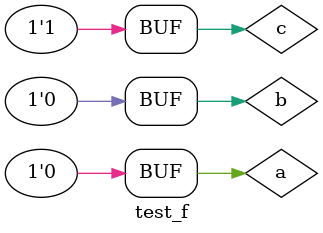
<source format=v>
module f ( output z , input c, input a, input b);
wire w1, w2;
      and AND_1 (z,w1,w2);
      or  OR__1 (w1,a,b);
      not NOT_1 (w2,c);
endmodule
module test_f;
reg c;
reg a;
reg b;
wire z;
f module_test (z, c, a, b);
initial
begin : main
$display("test module");
$display("    c    a    b =    a ");
$monitor(" %4b %4b %4b = %4b" , c, a, b, z);
#1 c=1'b0; a=1'b0; b=1'b0; 
#1 c=1'b0; a=1'b0; b=1'b1; 
#1 c=1'b0; a=1'b1; b=1'b1; 
#1 c=1'b0; a=1'b1; b=1'b0; 
#1 c=1'b1; a=1'b1; b=1'b0; 
#1 c=1'b1; a=1'b1; b=1'b1; 
#1 c=1'b1; a=1'b0; b=1'b1; 
#1 c=1'b1; a=1'b0; b=1'b0; 
end
endmodule //test

</source>
